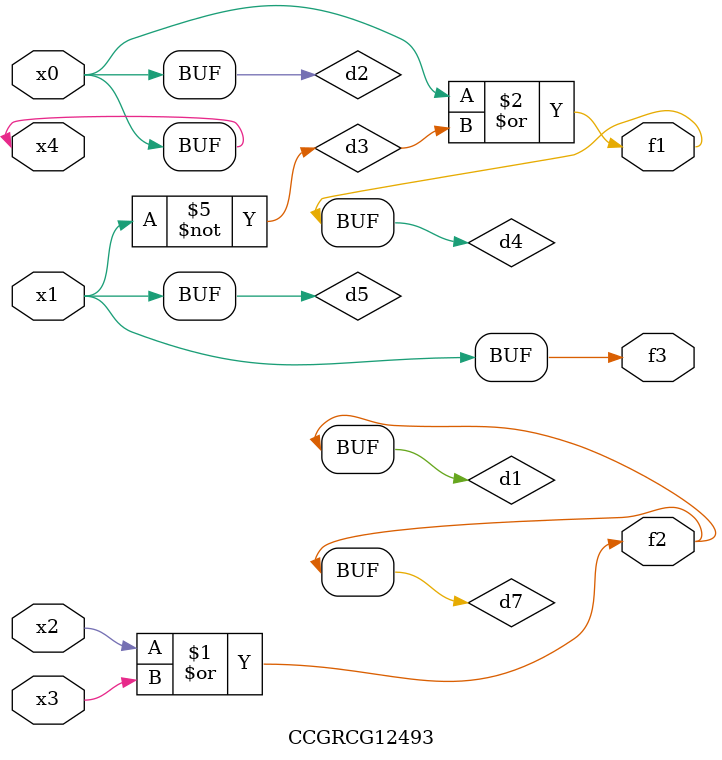
<source format=v>
module CCGRCG12493(
	input x0, x1, x2, x3, x4,
	output f1, f2, f3
);

	wire d1, d2, d3, d4, d5, d6, d7;

	or (d1, x2, x3);
	buf (d2, x0, x4);
	not (d3, x1);
	or (d4, d2, d3);
	not (d5, d3);
	nand (d6, d1, d3);
	or (d7, d1);
	assign f1 = d4;
	assign f2 = d7;
	assign f3 = d5;
endmodule

</source>
